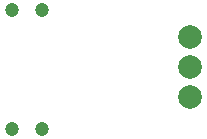
<source format=gbs>
G04*
G04 #@! TF.GenerationSoftware,Altium Limited,Altium Designer,18.0.7 (293)*
G04*
G04 Layer_Color=16711935*
%FSLAX25Y25*%
%MOIN*%
G70*
G01*
G75*
%ADD27C,0.04737*%
%ADD28C,0.07887*%
D27*
X7000Y8000D02*
D03*
X17000D02*
D03*
X7000Y47370D02*
D03*
X17000D02*
D03*
D28*
X66452Y18374D02*
D03*
Y28374D02*
D03*
Y38374D02*
D03*
M02*

</source>
